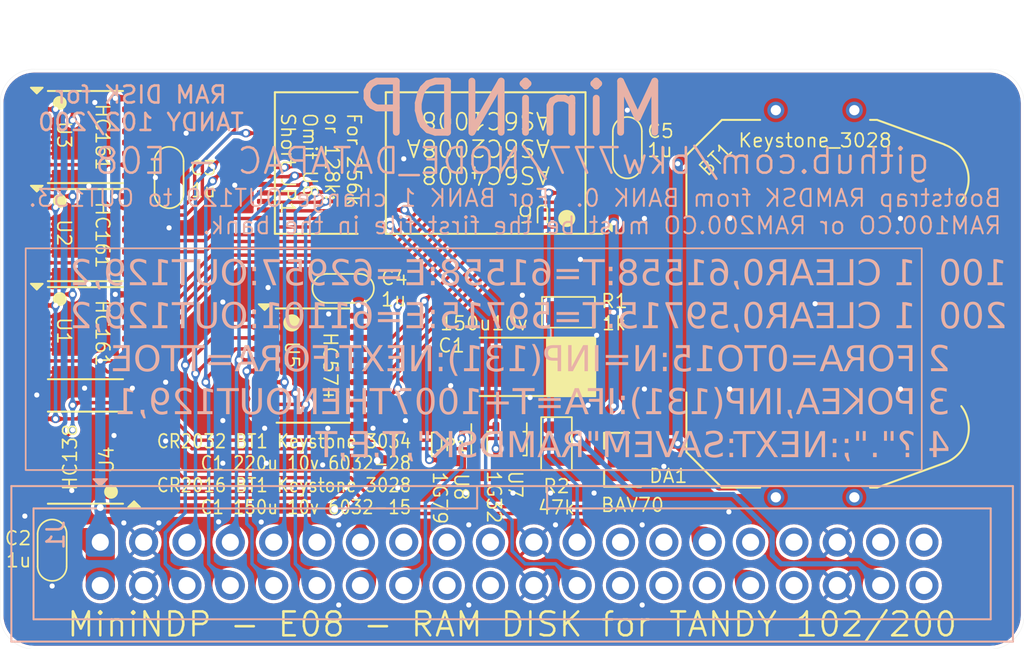
<source format=kicad_pcb>
(kicad_pcb (version 20240108) (generator "pcbnew") (generator_version "8.0")
  (title_block (title "MiniNDP") (date "2024-12-15") (rev "E08") (company "Brian K. White - b.kenyon.w@gmail.com") (comment 1 "github.com/bkw777/NODE_DATAPAC"))
  (layers (0 "F.Cu" signal) (31 "B.Cu" signal) (34 "B.Paste" user) (35 "F.Paste" user) (36 "B.SilkS" user "B.Silkscreen") (37 "F.SilkS" user "F.Silkscreen") (38 "B.Mask" user) (39 "F.Mask" user) (44 "Edge.Cuts" user))
  (net 0 "")
  (net 1 "GND")
  (net 2 "VMEM")
  (net 3 "VBUS")
  (net 4 "/AD0")
  (net 5 "/AD1")
  (net 6 "/AD2")
  (net 7 "/AD3")
  (net 8 "/AD4")
  (net 9 "/AD5")
  (net 10 "/AD6")
  (net 11 "/AD7")
  (net 12 "/A8")
  (net 13 "/A9")
  (net 14 "/A10")
  (net 15 "/A11")
  (net 16 "/A12")
  (net 17 "/A13")
  (net 18 "/A14")
  (net 19 "/A15")
  (net 20 "/~{RD}")
  (net 21 "/RAMRST")
  (net 22 "/~{Y0}")
  (net 23 "/(A)")
  (net 29 "/~{BLOCK}")
  (net 30 "/~{BYTE}")
  (net 31 "/TC0")
  (net 34 "/BUS_A10")
  (net 38 "/A5")
  (net 39 "/A6")
  (net 40 "/TC1")
  (net 41 "/~{CE}")
  (net 42 "/A7")
  (net 43 "+BATT")
  (net 44 "/BUS_A8")
  (net 45 "/BUS_A9")
  (net 46 "/A16")
  (net 47 "/A17")
  (net 48 "/A0")
  (net 49 "/A1")
  (net 50 "/A2")
  (net 51 "/A3")
  (net 52 "/A4")
  (net 65 "/A18_CE2")
  (net 68 "/~{WR}")
  (net 69 "Net-(C1-Pad1)")
  (footprint "000_LOCAL:CP_6032" (layer "F.Cu") (at 153.05 103.475 180)
    (property "Reference" "C1")
    (property "Value" "150u10v")
  )
  (footprint "000_LOCAL:TSSOP-16" (layer "F.Cu") (at 126.95 108.8 180)
    (property "Reference" "U4")
    (property "Value" "HC138")
  )
  (footprint "000_LOCAL:TSSOP-20" (layer "F.Cu") (at 140.3 103.4)
    (property "Reference" "U5")
    (property "Value" "HC574")
  )
  (footprint "000_LOCAL:C_0805" (layer "F.Cu") (at 142.05 98.875 180)
    (property "Reference" "C4")
    (property "Value" "1u")
  )
  (footprint "000_LOCAL:Fiducial_0.75_1.5" (layer "F.Cu") (at 179.95 88.025 180)
    (property "Reference" "F3" (hide yes))
    (property "Value" "Fiducial_0.75_1.5" (hide yes))
  )
  (footprint "000_LOCAL:TSSOP-16" (layer "F.Cu") (at 126.949999 95.75)
    (property "Reference" "U2")
    (property "Value" "HC161")
  )
  (footprint "000_LOCAL:C_0805" (layer "F.Cu") (at 158.7 90.625 90)
    (property "Reference" "C5")
    (property "Value" "1u")
  )
  (footprint "000_LOCAL:R_0805" (layer "F.Cu") (at 155.250002 100.275 180)
    (property "Reference" "R1")
    (property "Value" "1k")
  )
  (footprint "000_LOCAL:SOT-23" (layer "F.Cu") (at 158.1 108.925 180)
    (property "Reference" "DA1")
    (property "Value" "BAV70")
  )
  (footprint "000_LOCAL:SOT-353_SC-70-5" (layer "F.Cu") (at 151.65 107.975 -90)
    (property "Reference" "U7")
    (property "Value" "1G32")
  )
  (footprint "000_LOCAL:SOT-353_SC-70-5" (layer "F.Cu") (at 148.4 108.025 -90)
    (property "Reference" "U8")
    (property "Value" "1G79")
  )
  (footprint "000_LOCAL:R_0805" (layer "F.Cu") (at 154.55 107.975 90)
    (property "Reference" "R2")
    (property "Value" "47k")
  )
  (footprint "000_LOCAL:C_0805" (layer "F.Cu") (at 131.85 92.375 90)
    (property "Reference" "C3")
    (property "Value" "1u")
  )
  (footprint "000_LOCAL:MiniNDP_Cover_THIN" (layer "F.Cu") (at 151.95 103)
    (property "Reference" "N1")
    (property "Value" "MiniNDP_Cover_THIN")
  )
  (footprint "000_LOCAL:TSSOP-16" (layer "F.Cu") (at 126.95 90)
    (property "Reference" "U3")
    (property "Value" "HC161")
  )
  (footprint "000_LOCAL:Fiducial_0.75_1.5" (layer "F.Cu") (at 123.95 118.025)
    (property "Reference" "F3" (hide yes))
    (property "Value" "Fiducial_0.75_1.5" (hide yes))
  )
  (footprint "000_LOCAL:SolderJumper-2_Open 0.65mm" (layer "F.Cu") (at 148.400002 108.975001 180)
    (property "Reference" "JP1")
    (property "Value" "256k" (hide yes))
  )
  (footprint "000_LOCAL:Fiducial_0.75_1.5" (layer "F.Cu") (at 179.95 118.025 90)
    (property "Reference" "F3" (hide yes))
    (property "Value" "Fiducial_0.75_1.5" (hide yes))
  )
  (footprint "000_LOCAL:Keystone_3028_3034" (layer "F.Cu") (at 169.7 99.775 90)
    (property "Reference" "BT1")
    (property "Value" "Keystone_3028")
  )
  (footprint "000_LOCAL:TSOP32-dual" (layer "F.Cu") (at 150.4 91.525 180)
    (property "Reference" "U6")
    (property "Value" "AS6C4008")
  )
  (footprint "000_LOCAL:TSSOP-16" (layer "F.Cu") (at 126.95 101.5)
    (property "Reference" "U1")
    (property "Value" "HC161")
  )
  (footprint "000_LOCAL:C_0805" (layer "F.Cu") (at 125 114.225 -90)
    (property "Reference" "C2")
    (property "Value" "1u")
  )
  (footprint "000_LOCAL:IDC-Header_2x20_P2.54mm_Vertical" (layer "B.Cu") (at 127.82 113.755 -90)
    (property "Reference" "J1")
    (property "Value" "Conn_02x20_Odd_Even")
  )
  (gr_poly (pts (xy 128.064 97.575) (xy 127.864 97.375) (xy 128.264 97.375)) (stroke (width 0.2)) (fill solid) (layer "F.Cu") (net 31))
  (gr_poly (pts (xy 128.064 91.825) (xy 127.864 91.625) (xy 128.264 91.625)) (stroke (width 0.2)) (fill solid) (layer "F.Cu") (net 40))
  (gr_poly (pts (xy 144.493 107.575) (xy 144.693 107.775) (xy 144.293 107.775)) (stroke (width 0.2)) (fill solid) (layer "F.Cu") (net 29))
  (gr_poly (pts (xy 142.95 107.575) (xy 142.95 110.275) (xy 144.1 109.125) (xy 144.1 108.725)) (stroke (width 0.6)) (fill solid) (layer "B.Cu") (net 3))
  (gr_rect (start 123.45 96.525) (end 175.95 109.525) (stroke (width 0.1)) (fill none) (layer "B.SilkS"))
  (gr_line (start 123.95 86.025) (end 179.95 86.025) (stroke (width 0.01)) (layer "Edge.Cuts"))
  (gr_arc (start 121.95 88.025) (mid 122.535786 86.610786) (end 123.95 86.025) (stroke (width 0.01)) (layer "Edge.Cuts"))
  (gr_line (start 179.95 120.025) (end 123.95 120.025) (stroke (width 0.01)) (layer "Edge.Cuts"))
  (gr_arc (start 179.95 86.024999) (mid 181.364214 86.610786) (end 181.950001 88.025) (stroke (width 0.01)) (layer "Edge.Cuts"))
  (gr_line (start 181.95 88.025) (end 181.95 118.025) (stroke (width 0.01)) (layer "Edge.Cuts"))
  (gr_arc (start 181.950001 118.025) (mid 181.364214 119.439214) (end 179.95 120.025001) (stroke (width 0.01)) (layer "Edge.Cuts"))
  (gr_line (start 121.95 118.025) (end 121.95 88.025) (stroke (width 0.01)) (layer "Edge.Cuts"))
  (gr_arc (start 123.95 120.025001) (mid 122.535786 119.439214) (end 121.949999 118.025) (stroke (width 0.01)) (layer "Edge.Cuts"))
  (gr_text "${TITLE}" (at 151.95 88.355 0) (layer "B.SilkS") (effects (font (size 3 3) (thickness 0.4)) (justify mirror)))
  (gr_text "${COMMENT1} - ${REVISION}" (at 151.95 91.403 0) (layer "B.SilkS") (effects (font (size 1.5 1.5)) (justify mirror)))
  (gr_text "Bootstrap RAMDSK from BANK 0.  For BANK 1 change OUT129 to OUT133.\nRAM100.CO or RAM200.CO must be the first file in the bank." (at 180.7 95.775 0) (layer "B.SilkS") (effects (font (size 1 1) (thickness 0.12)) (justify left bottom mirror)))
  (gr_text "100  1 CLEAR0,61558:T=61558:E=62957:OUT129,2\n200  1 CLEAR0,59715:T=59715:E=61101:OUT129,2\n     2 FORA=0TO15:N=INP(131):NEXT:FORA=TTOE\n     3 POKEA,INP(131):IFA=T+1007THENOUT129,1\n     4 ?{dblquote}.{dblquote};:NEXT:SAVEM{dblquote}RAMDSK{dblquote},T,E,T" (at 180.95 109.025 0) (layer "B.SilkS") (effects (font (size 1.5 1.5) (thickness 0.1)) (justify left bottom mirror)))
  (gr_text "RAM DISK for\nTANDY 102/200" (at 130.2 88.325 0) (layer "B.SilkS") (effects (font (size 1 1)) (justify mirror)))
  (gr_text "For 256k\nor 128k:\nOmit U8\nShort JP1" (at 143.15 88.525 270) (layer "F.SilkS") (effects (font (size 0.8 0.8) (thickness 0.1)) (justify left top)))
  (gr_text "CR2032 BT1 Keystone 3034\nC1 220u 10v 6032-28\nCR2016 BT1 Keystone 3028\nC1 150u 10v 6032-15\n" (at 146.1 109.775 0) (layer "F.SilkS") (effects (font (size 0.8 0.7) (thickness 0.1)) (justify right)))
  (gr_text "${TITLE} - ${REVISION} - RAM DISK for TANDY 102/200" (at 151.95 118.575 0) (layer "F.SilkS") (effects (font (size 1.4 1.4))))
  (gr_text "AS6C2008A\nAS6C1008" (at 154.25 91.225 180) (layer "F.SilkS") (effects (font (size 1 1) (thickness 0.1)) (justify left top)))
  (segment (start 123.15 89.675) (end 125.05 89.675) (width 0.2) (layer "F.Cu") (net 1))
  (segment (start 123.15 90.325) (end 125.05 90.325) (width 0.2) (layer "F.Cu") (net 1))
  (segment (start 123.15 95.425) (end 125.05 95.425) (width 0.2) (layer "F.Cu") (net 1))
  (segment (start 123.15 101.825) (end 125.05 101.825) (width 0.2) (layer "F.Cu") (net 1))
  (segment (start 123.15 96.075) (end 125.05 96.075) (width 0.2) (layer "F.Cu") (net 1))
  (segment (start 123.15 101.175) (end 125.05 101.175) (width 0.2) (layer "F.Cu") (net 1))
  (via (at 134.7542 112.5612) (size 0.5) (drill 0.3) (layers "F.Cu" "B.Cu") (net 1))
  (via (at 131.65 107.825) (size 0.5) (drill 0.3) (layers "F.Cu" "B.Cu") (net 1))
  (via (at 141.79 117.438) (size 0.5) (drill 0.3) (layers "F.Cu" "B.Cu") (net 1))
  (via (at 159.57 112.739) (size 0.5) (drill 0.3) (layers "F.Cu" "B.Cu") (net 1))
  (via (at 160.84 109.31) (size 0.5) (drill 0.3) (layers "F.Cu" "B.Cu") (net 1))
  (via (at 155.95 97.175) (size 0.5) (drill 0.3) (layers "F.Cu" "B.Cu") (net 1))
  (via (at 164.7 94.775) (size 0.5) (drill 0.3) (layers "F.Cu" "B.Cu") (net 1))
  (via (at 137.65 98.825) (size 0.5) (drill 0.3) (layers "F.Cu" "B.Cu") (net 1))
  (via (at 131.85 95.325) (size 0.5) (drill 0.3) (layers "F.Cu" "B.Cu") (net 1))
  (via (at 141.79 112.739) (size 0.5) (drill 0.3) (layers "F.Cu" "B.Cu") (net 1))
  (via (at 129.7 104.725) (size 0.5) (drill 0.3) (layers "F.Cu" "B.Cu") (net 1))
  (via (at 174.7 94.775) (size 0.5) (drill 0.3) (layers "F.Cu" "B.Cu") (net 1))
  (via (at 154.49 112.739) (size 0.5) (drill 0.3) (layers "F.Cu" "B.Cu") (net 1))
  (via (at 124.1 105.125) (size 0.5) (drill 0.3) (layers "F.Cu" "B.Cu") (net 1))
  (via (at 127.5 87.975) (size 0.5) (drill 0.3) (layers "F.Cu" "B.Cu") (net 1))
  (via (at 149.25 110.875) (size 0.5) (drill 0.3) (layers "F.Cu" "B.Cu") (net 1))
  (via (at 159.7 94.775) (size 0.5) (drill 0.3) (layers "F.Cu" "B.Cu") (net 1))
  (via (at 145.25 110.575) (size 0.5) (drill 0.3) (layers "F.Cu" "B.Cu") (net 1))
  (via (at 156.75 110.875) (size 0.5) (drill 0.3) (layers "F.Cu" "B.Cu") (net 1))
  (via (at 159.57 117.438) (size 0.5) (drill 0.3) (layers "F.Cu" "B.Cu") (net 1))
  (via (at 131.65 104.375) (size 0.5) (drill 0.3) (layers "F.Cu" "B.Cu") (net 1))
  (via (at 141.2 100.375) (size 0.5) (drill 0.3) (layers "F.Cu" "B.Cu") (net 1))
  (via (at 131.25 112.625) (size 0.5) (drill 0.3) (layers "F.Cu" "B.Cu") (net 1))
  (via (at 126.9 104.725) (size 0.5) (drill 0.3) (layers "F.Cu" "B.Cu") (net 1))
  (via (at 123.4 112.225) (size 0.5) (drill 0.3) (layers "F.Cu" "B.Cu") (net 1))
  (via (at 145.6 91.275) (size 0.5) (drill 0.3) (layers "F.Cu" "B.Cu") (net 1))
  (via (at 132.85 89.775) (size 0.5) (drill 0.3) (layers "F.Cu" "B.Cu") (net 1))
  (via (at 164.7 104.775) (size 0.5) (drill 0.3) (layers "F.Cu" "B.Cu") (net 1))
  (via (at 129.2 112.625) (size 0.5) (drill 0.3) (layers "F.Cu" "B.Cu") (net 1))
  (via (at 153 105.275) (size 0.5) (drill 0.3) (layers "F.Cu" "B.Cu") (net 1))
  (via (at 135 109.125) (size 0.5) (drill 0.3) (layers "F.Cu" "B.Cu") (net 1))
  (via (at 125 116.325) (size 0.5) (drill 0.3) (layers "F.Cu" "B.Cu") (net 1))
  (via (at 137.45 107.075) (size 0.5) (drill 0.3) (layers "F.Cu" "B.Cu") (net 1))
  (via (at 127.15 92.875) (size 0.5) (drill 0.3) (layers "F.Cu" "B.Cu") (net 1))
  (via (at 135 99.675) (size 0.5) (drill 0.3) (layers "F.Cu" "B.Cu") (net 1))
  (via (at 159.7 104.775) (size 0.5) (drill 0.3) (layers "F.Cu" "B.Cu") (net 1))
  (via (at 137.25 112.575) (size 0.5) (drill 0.3) (layers "F.Cu" "B.Cu") (net 1))
  (via (at 143.8 107.075) (size 0.5) (drill 0.3) (layers "F.Cu" "B.Cu") (net 1))
  (via (at 128.625 107.5) (size 0.5) (drill 0.3) (layers "F.Cu" "B.Cu") (net 1))
  (via (at 127.15 98.625) (size 0.5) (drill 0.3) (layers "F.Cu" "B.Cu") (net 1))
  (via (at 152 110.875) (size 0.5) (drill 0.3) (layers "F.Cu" "B.Cu") (net 1))
  (via (at 135 106.625) (size 0.5) (drill 0.3) (layers "F.Cu" "B.Cu") (net 1))
  (via (at 158.7 88.425) (size 0.5) (drill 0.3) (layers "F.Cu" "B.Cu") (net 1))
  (via (at 141.15 107.075) (size 0.5) (drill 0.3) (layers "F.Cu" "B.Cu") (net 1))
  (via (at 126.15 110.725) (size 0.5) (drill 0.3) (layers "F.Cu" "B.Cu") (net 1))
  (via (at 137.55 109.125) (size 0.5) (drill 0.3) (layers "F.Cu" "B.Cu") (net 1))
  (via (at 148.35 104.575) (size 0.5) (drill 0.3) (layers "F.Cu" "B.Cu") (net 1))
  (via (at 156.4 105.725) (size 0.5) (drill 0.3) (layers "F.Cu" "B.Cu") (net 1))
  (via (at 149.41 112.739) (size 0.5) (drill 0.3) (layers "F.Cu" "B.Cu") (net 1))
  (via (at 174.7 104.775) (size 0.5) (drill 0.3) (layers "F.Cu" "B.Cu") (net 1))
  (via (at 131.05 92.375) (size 0.5) (drill 0.3) (layers "F.Cu" "B.Cu") (net 1))
  (via (at 140.85 109.225) (size 0.5) (drill 0.3) (layers "F.Cu" "B.Cu") (net 1))
  (via (at 156.9 101.625) (size 0.5) (drill 0.3) (layers "F.Cu" "B.Cu") (net 1))
  (via (at 169.7 99.775) (size 0.5) (drill 0.3) (layers "F.Cu" "B.Cu") (net 1))
  (via (at 135.7 92.825) (size 0.5) (drill 0.3) (layers "F.Cu" "B.Cu") (net 1))
  (via (at 145.7 106.625) (size 0.5) (drill 0.3) (layers "F.Cu" "B.Cu") (net 1))
  (via (at 154.2 110.875) (size 0.5) (drill 0.3) (layers "F.Cu" "B.Cu") (net 1))
  (via (at 149.41 117.438) (size 0.5) (drill 0.3) (layers "F.Cu" "B.Cu") (net 1))
  (via (at 152.55 99.275) (size 0.5) (drill 0.3) (layers "F.Cu" "B.Cu") (net 1))
  (via (at 164.65 111.977) (size 0.5) (drill 0.3) (layers "F.Cu" "B.Cu") (net 1))
  (segment (start 152.3 108.925) (end 154.55 108.925) (width 0.4) (layer "F.Cu") (net 2))
  (segment (start 158.25 91.525) (end 158.7 91.525) (width 0.6) (layer "F.Cu") (net 2))
  (segment (start 158.45 91.775) (end 156.9 91.775) (width 0.3) (layer "F.Cu") (net 2))
  (segment (start 157.9 95.025) (end 157.9 91.875) (width 0.6) (layer "F.Cu") (net 2))
  (segment (start 157.05 108.825) (end 156.95 108.925) (width 0.6) (layer "F.Cu") (net 2))
  (segment (start 157.9 100.275) (end 156.200002 100.275) (width 0.6) (layer "F.Cu") (net 2))
  (segment (start 157.9 91.875) (end 158.25 91.525) (width 0.6) (layer "F.Cu") (net 2))
  (segment (start 156.95 108.925) (end 154.55 108.925) (width 0.6) (layer "F.Cu") (net 2))
  (segment (start 157.05 106.625) (end 157.05 108.825) (width 0.6) (layer "F.Cu") (net 2))
  (segment (start 158.7 91.525) (end 158.45 91.775) (width 0.3) (layer "F.Cu") (net 2))
  (segment (start 157.9 105.775) (end 157.05 106.625) (width 0.6) (layer "F.Cu") (net 2))
  (via (at 157.9 95.025) (size 0.6) (drill 0.3) (layers "F.Cu" "B.Cu") (net 2))
  (via (at 157.9 100.275) (size 0.6) (drill 0.3) (layers "F.Cu" "B.Cu") (net 2))
  (via (at 157.9 105.775) (size 0.6) (drill 0.3) (layers "F.Cu" "B.Cu") (net 2))
  (segment (start 157.9 105.775) (end 157.9 100.275) (width 0.6) (layer "B.Cu") (net 2))
  (segment (start 157.9 95.025) (end 157.9 100.275) (width 0.6) (layer "B.Cu") (net 2))
  (segment (start 128.7 99.225) (end 129.8 99.225) (width 0.35) (layer "F.Cu") (net 3))
  (segment (start 125 113.325) (end 127.39 113.325) (width 0.8) (layer "F.Cu") (net 3))
  (segment (start 128.25 103.775) (end 129.8 103.775) (width 0.2) (layer "F.Cu") (net 3))
  (segment (start 146.55 109.875) (end 159.25 109.875) (width 0.6) (layer "F.Cu") (net 3))
  (segment (start 127.87 111.775) (end 127.82 111.725) (width 0.6) (layer "F.Cu") (net 3))
  (segment (start 124.7 111.225) (end 124.7 113.025) (width 0.6) (layer "F.Cu") (net 3))
  (segment (start 127.39 113.325) (end 127.82 113.755) (width 0.8) (layer "F.Cu") (net 3))
  (segment (start 141.5 111.775) (end 127.87 111.775) (width 0.6) (layer "F.Cu") (net 3))
  (segment (start 142.95 99.875) (end 142.95 100.275) (width 0.4) (layer "F.Cu") (net 3))
  (segment (start 142.95 99.875) (end 142.95 98.875) (width 0.4) (layer "F.Cu") (net 3))
  (segment (start 127.82 103.125) (end 129.8 103.125) (width 0.2) (layer "F.Cu") (net 3))
  (segment (start 129.8 93.474999) (end 129.8 92.275) (width 0.2) (layer "F.Cu") (net 3))
  (segment (start 128.7 93.475) (end 129.799999 93.475) (width 0.35) (layer "F.Cu") (net 3))
  (segment (start 124.7 111.225) (end 124.7 111.075) (width 0.35) (layer "F.Cu") (net 3))
  (segment (start 129.799999 93.475) (end 129.8 93.474999) (width 0.2) (layer "F.Cu") (net 3))
  (segment (start 149.05 109.875) (end 149.05 108.975) (width 0.4) (layer "F.Cu") (net 3))
  (segment (start 141.55 111.825) (end 141.5 111.775) (width 0.6) (layer "F.Cu") (net 3))
  (segment (start 127.82 103.125) (end 127.82 103.345) (width 0.2) (layer "F.Cu") (net 3))
  (segment (start 144.05 108.975) (end 145.65 108.975) (width 0.6) (layer "F.Cu") (net 3))
  (segment (start 129.8 87.725) (end 128.7 87.725) (width 0.35) (layer "F.Cu") (net 3))
  (segment (start 131.85 93.275) (end 131.65 93.475) (width 0.35) (layer "F.Cu") (net 3))
  (segment (start 127.82 103.345) (end 128.25 103.775) (width 0.2) (layer "F.Cu") (net 3))
  (segment (start 129.799999 99.224999) (end 129.8 99.225) (width 0.2) (layer "F.Cu") (net 3))
  (segment (start 124.7 113.025) (end 125 113.325) (width 0.6) (layer "F.Cu") (net 3))
  (segment (start 129.799999 98.025) (end 129.799999 99.224999) (width 0.2) (layer "F.Cu") (net 3))
  (segment (start 127.82 113.755) (end 127.82 116.295) (width 1.7) (layer "F.Cu") (net 3))
  (segment (start 131.65 93.475) (end 129.799999 93.475) (width 0.35) (layer "F.Cu") (net 3))
  (segment (start 145.65 108.975) (end 146.55 109.875) (width 0.6) (layer "F.Cu") (net 3))
  (segment (start 142.95 100.275) (end 143.15 100.475) (width 0.35) (layer "F.Cu") (net 3))
  (segment (start 124.7 111.075) (end 124.1 111.075) (width 0.35) (layer "F.Cu") (net 3))
  (segment (start 124.1 103.125) (end 127.82 103.125) (width 0.2) (layer "F.Cu") (net 3))
  (via (at 127.82 103.125) (size 0.6) (drill 0.3) (layers "F.Cu" "B.Cu") (net 3))
  (via (at 128.7 87.725) (size 0.6) (drill 0.3) (layers "F.Cu" "B.Cu") (net 3))
  (via (at 128.7 93.475) (size 0.6) (drill 0.3) (layers "F.Cu" "B.Cu") (net 3))
  (via (at 127.82 111.725) (size 0.7) (drill 0.4) (layers "F.Cu" "B.Cu") (net 3))
  (via (at 141.55 111.825) (size 0.7) (drill 0.4) (layers "F.Cu" "B.Cu") (net 3))
  (via (at 142.95 99.875) (size 0.6) (drill 0.3) (layers "F.Cu" "B.Cu") (net 3))
  (via (at 144.05 108.975) (size 0.7) (drill 0.4) (layers "F.Cu" "B.Cu") (net 3))
  (via (at 128.7 99.225) (size 0.6) (drill 0.3) (layers "F.Cu" "B.Cu") (net 3))
  (segment (start 144.1 109.275) (end 144.1 108.725) (width 0.6) (layer "B.Cu") (net 3))
  (segment (start 144.1 108.725) (end 142.95 107.575) (width 0.6) (layer "B.Cu") (net 3))
  (segment (start 128.7 102.245) (end 127.82 103.125) (width 0.6) (layer "B.Cu") (net 3))
  (segment (start 128.7 87.725) (end 128.7 99.225) (width 0.6) (layer "B.Cu") (net 3))
  (segment (start 127.82 111.725) (end 127.82 113.755) (width 0.6) (layer "B.Cu") (net 3))
  (segment (start 128.7 99.225) (end 128.7 102.245) (width 0.6) (layer "B.Cu") (net 3))
  (segment (start 141.55 111.825) (end 144.1 109.275) (width 0.6) (layer "B.Cu") (net 3))
  (segment (start 142.95 107.575) (end 142.95 99.875) (width 0.6) (layer "B.Cu") (net 3))
  (segment (start 127.82 111.725) (end 127.82 103.15) (width 0.6) (layer "B.Cu") (net 3))
  (segment (start 135.05 101.125) (end 137.45 101.125) (width 0.2) (layer "F.Cu") (net 4))
  (segment (start 143.9 89.775) (end 137.4 89.775) (width 0.2) (layer "F.Cu") (net 4))
  (segment (start 137.4 89.775) (end 136.35 89.775) (width 0.2) (layer "F.Cu") (net 4))
  (segment (start 132.8 103.375) (end 135.05 101.125) (width 0.2) (layer "F.Cu") (net 4))
  (via (at 136.35 89.775) (size 0.5) (drill 0.3) (layers "F.Cu" "B.Cu") (net 4))
  (via (at 132.8 103.375) (size 0.5) (drill 0.3) (layers "F.Cu" "B.Cu") (net 4))
  (segment (start 132.8 103.375) (end 132.8 112.025) (width 0.2) (layer "B.Cu") (net 4))
  (segment (start 131.63 113.195) (end 131.63 115.025) (width 0.2) (layer "B.Cu") (net 4))
  (segment (start 136.35 89.775) (end 135.5 89.775) (width 0.2) (layer "B.Cu") (net 4))
  (segment (start 132.8 112.025) (end 131.63 113.195) (width 0.2) (layer "B.Cu") (net 4))
  (segment (start 135.5 89.775) (end 132.8 92.475) (width 0.2) (layer "B.Cu") (net 4))
  (segment (start 132.8 92.475) (end 132.8 103.375) (width 0.2) (layer "B.Cu") (net 4))
  (segment (start 131.63 115.025) (end 132.9 116.295) (width 0.2) (layer "B.Cu") (net 4))
  (segment (start 135.5 101.775) (end 137.45 101.775) (width 0.2) (layer "F.Cu") (net 5))
  (segment (start 134.4 91.725) (end 135.8 90.325) (width 0.2) (layer "F.Cu") (net 5))
  (segment (start 137.425 90.275) (end 143.9 90.275) (width 0.2) (layer "F.Cu") (net 5))
  (segment (start 135.8 90.325) (end 137.375 90.325) (width 0.2) (layer "F.Cu") (net 5))
  (segment (start 133.4 103.875) (end 135.5 101.775) (width 0.2) (layer "F.Cu") (net 5))
  (segment (start 137.375 90.325) (end 137.425 90.275) (width 0.2) (layer "F.Cu") (net 5))
  (via (at 133.4 103.875) (size 0.5) (drill 0.3) (layers "F.Cu" "B.Cu") (net 5))
  (via (at 134.4 91.725) (size 0.5) (drill 0.3) (layers "F.Cu" "B.Cu") (net 5))
  (segment (start 134.4 91.725) (end 133.4 92.725) (width 0.2) (layer "B.Cu") (net 5))
  (segment (start 133.4 92.725) (end 133.4 103.875) (width 0.2) (layer "B.Cu") (net 5))
  (segment (start 133.4 113.255) (end 132.9 113.755) (width 0.2) (layer "B.Cu") (net 5))
  (segment (start 133.4 103.875) (end 133.4 113.255) (width 0.2) (layer "B.Cu") (net 5))
  (segment (start 136.15 90.825) (end 137.35 90.825) (width 0.2) (layer "F.Cu") (net 6))
  (segment (start 135.75 102.425) (end 137.45 102.425) (width 0.2) (layer "F.Cu") (net 6))
  (segment (start 134.4 92.575) (end 136.15 90.825) (width 0.2) (layer "F.Cu") (net 6))
  (segment (start 143.85 90.725) (end 143.9 90.775) (width 0.2) (layer "F.Cu") (net 6))
  (segment (start 137.45 90.725) (end 143.85 90.725) (width 0.2) (layer "F.Cu") (net 6))
  (segment (start 134 104.175) (end 135.75 102.425) (width 0.2) (layer "F.Cu") (net 6))
  (segment (start 137.35 90.825) (end 137.45 90.725) (width 0.2) (layer "F.Cu") (net 6))
  (segment (start 134 104.375) (end 134 104.175) (width 0.2) (layer "F.Cu") (net 6))
  (via (at 134 104.375) (size 0.5) (drill 0.3) (layers "F.Cu" "B.Cu") (net 6))
  (via (at 134.4 92.575) (size 0.5) (drill 0.3) (layers "F.Cu" "B.Cu") (net 6))
  (segment (start 134 104.375) (end 134.17 104.545) (width 0.2) (layer "B.Cu") (net 6))
  (segment (start 134.17 115.025) (end 135.44 116.295) (width 0.2) (layer "B.Cu") (net 6))
  (segment (start 134.17 104.545) (end 134.17 115.025) (width 0.2) (layer "B.Cu") (net 6))
  (segment (start 134.4 92.575) (end 134 92.975) (width 0.2) (layer "B.Cu") (net 6))
  (segment (start 134 92.975) (end 134 104.375) (width 0.2) (layer "B.Cu") (net 6))
  (segment (start 135.95 103.075) (end 137.45 103.075) (width 0.2) (layer "F.Cu") (net 7))
  (segment (start 138.6625 91.725) (end 143.85 91.725) (width 0.2) (layer "F.Cu") (net 7))
  (segment (start 137.4 91.775) (end 138.6125 91.775) (width 0.2) (layer "F.Cu") (net 7))
  (segment (start 143.85 91.725) (end 143.9 91.775) (width 0.2) (layer "F.Cu") (net 7))
  (segment (start 138.6125 91.775) (end 138.6625 91.725) (width 0.2) (layer "F.Cu") (net 7))
  (via (at 138.6125 91.775) (size 0.5) (drill 0.3) (layers "F.Cu" "B.Cu") (net 7))
  (via (at 135.95 103.075) (size 0.5) (drill 0.3) (layers "F.Cu" "B.Cu") (net 7))
  (segment (start 135.95 103.075) (end 135.8 103.225) (width 0.2) (layer "B.Cu") (net 7))
  (segment (start 135.8 103.225) (end 135.8 113.395) (width 0.2) (layer "B.Cu") (net 7))
  (segment (start 135.8 113.395) (end 135.44 113.755) (width 0.2) (layer "B.Cu") (net 7))
  (segment (start 135.95 103.075) (end 135.95 94.4375) (width 0.2) (layer "B.Cu") (net 7))
  (segment (start 135.95 94.4375) (end 138.6125 91.775) (width 0.2) (layer "B.Cu") (net 7))
  (segment (start 139.1625 92.325) (end 139.2625 92.225) (width 0.2) (layer "F.Cu") (net 8))
  (segment (start 137.4 92.275) (end 137.45 92.325) (width 0.2) (layer "F.Cu") (net 8))
  (segment (start 143.85 92.225) (end 143.9 92.275) (width 0.2) (layer "F.Cu") (net 8))
  (segment (start 139.2625 92.225) (end 143.85 92.225) (width 0.2) (layer "F.Cu") (net 8))
  (segment (start 137.45 92.325) (end 139.1625 92.325) (width 0.2) (layer "F.Cu") (net 8))
  (segment (start 136.4 103.725) (end 137.45 103.725) (width 0.2) (layer "F.Cu") (net 8))
  (via (at 136.4 103.725) (size 0.5) (drill 0.3) (layers "F.Cu" "B.Cu") (net 8))
  (via (at 139.2125 92.275) (size 0.5) (drill 0.3) (layers "F.Cu" "B.Cu") (net 8))
  (segment (start 136.55 94.9375) (end 139.2125 92.275) (width 0.2) (layer "B.Cu") (net 8))
  (segment (start 136.55 103.575) (end 136.55 94.9375) (width 0.2) (layer "B.Cu") (net 8))
  (segment (start 136.4 103.725) (end 136.4 112.675) (width 0.2) (layer "B.Cu") (net 8))
  (segment (start 136.71 115.025) (end 137.98 116.295) (width 0.2) (layer "B.Cu") (net 8))
  (segment (start 136.4 112.675) (end 136.71 112.985) (width 0.2) (layer "B.Cu") (net 8))
  (segment (start 136.71 112.985) (end 136.71 115.025) (width 0.2) (layer "B.Cu") (net 8))
  (segment (start 136.4 103.725) (end 136.55 103.575) (width 0.2) (layer "B.Cu") (net 8))
  (segment (start 143.85 92.725) (end 143.9 92.775) (width 0.2) (layer "F.Cu") (net 9))
  (segment (start 139.7625 92.825) (end 139.8625 92.725) (width 0.2) (layer "F.Cu") (net 9))
  (segment (start 137.4 92.775) (end 137.45 92.825) (width 0.2) (layer "F.Cu") (net 9))
  (segment (start 138.615 104.375) (end 137.45 104.375) (width 0.2) (layer "F.Cu") (net 9))
  (segment (start 139.8625 92.725) (end 143.85 92.725) (width 0.2) (layer "F.Cu") (net 9))
  (segment (start 137.45 92.825) (end 139.7625 92.825) (width 0.2) (layer "F.Cu") (net 9))
  (via (at 138.615 104.375) (size 0.5) (drill 0.3) (layers "F.Cu" "B.Cu") (net 9))
  (via (at 139.8125 92.775) (size 0.5) (drill 0.3) (layers "F.Cu" "B.Cu") (net 9))
  (segment (start 138.615 113.12) (end 137.98 113.755) (width 0.2) (layer "B.Cu") (net 9))
  (segment (start 138.615 93.9725) (end 138.615 104.375) (width 0.2) (layer "B.Cu") (net 9))
  (segment (start 139.8125 92.775) (end 138.615 93.9725) (width 0.2) (layer "B.Cu") (net 9))
  (segment (start 138.615 104.375) (end 138.615 113.12) (width 0.2) (layer "B.Cu") (net 9))
  (segment (start 139.25 105.025) (end 137.45 105.025) (width 0.2) (layer "F.Cu") (net 10))
  (segment (start 137.45 93.325) (end 137.4 93.275) (width 0.2) (layer "F.Cu") (net 10))
  (segment (start 140.3625 93.325) (end 137.45 93.325) (width 0.2) (layer "F.Cu") (net 10))
  (segment (start 143.9 93.275) (end 143.85 93.225) (width 0.2) (layer "F.Cu") (net 10))
  (segment (start 140.4125 93.275) (end 140.3625 93.325) (width 0.2) (layer "F.Cu") (net 10))
  (segment (start 143.85 93.225) (end 140.4625 93.225) (width 0.2) (layer "F.Cu") (net 10))
  (segment (start 140.4625 93.225) (end 140.4125 93.275) (width 0.2) (layer "F.Cu") (net 10))
  (via (at 140.4125 93.275) (size 0.5) (drill 0.3) (layers "F.Cu" "B.Cu") (net 10))
  (via (at 139.25 105.025) (size 0.5) (drill 0.3) (layers "F.Cu" "B.Cu") (net 10))
  (segment (start 139.25 94.4375) (end 140.4125 93.275) (width 0.2) (layer "B.Cu") (net 10))
  (segment (start 139.25 105.025) (end 139.25 94.4375) (width 0.2) (layer "B.Cu") (net 10))
  (segment (start 139.25 115.025) (end 140.52 116.295) (width 0.2) (layer "B.Cu") (net 10))
  (segment (start 139.25 105.025) (end 139.25 115.025) (width 0.2) (layer "B.Cu") (net 10))
  (segment (start 137.45 93.825) (end 137.4 93.775) (width 0.2) (layer "F.Cu") (net 11))
  (segment (start 140.9625 93.825) (end 137.45 93.825) (width 0.2) (layer "F.Cu") (net 11))
  (segment (start 139.85 105.675) (end 137.45 105.675) (width 0.2) (layer "F.Cu") (net 11))
  (segment (start 141.0125 93.775) (end 140.9625 93.825) (width 0.2) (layer "F.Cu") (net 11))
  (segment (start 143.9 93.775) (end 141.0125 93.775) (width 0.2) (layer "F.Cu") (net 11))
  (via (at 139.85 105.675) (size 0.5) (drill 0.3) (layers "F.Cu" "B.Cu") (net 11))
  (via (at 141.0125 93.775) (size 0.5) (drill 0.3) (layers "F.Cu" "B.Cu") (net 11))
  (segment (start 139.85 105.675) (end 139.85 94.9375) (width 0.2) (layer "B.Cu") (net 11))
  (segment (start 139.85 105.675) (end 139.85 113.085) (width 0.2) (layer "B.Cu") (net 11))
  (segment (start 139.85 113.085) (end 140.52 113.755) (width 0.2) (layer "B.Cu") (net 11))
  (segment (start 139.85 94.9375) (end 141.0125 93.775) (width 0.2) (layer "B.Cu") (net 11))
  (segment (start 137.4 87.775) (end 132.25 87.775) (width 0.2) (layer "F.Cu") (net 12))
  (segment (start 143.9 87.775) (end 137.4 87.775) (width 0.2) (layer "F.Cu") (net 12))
  (segment (start 131 89.025) (end 129.8 89.025) (width 0.2) (layer "F.Cu") (net 12))
  (segment (start 132.25 87.775) (end 131 89.025) (width 0.2) (layer "F.Cu") (net 12))
  (segment (start 131.1 89.675) (end 129.8 89.675) (width 0.2) (layer "F.Cu") (net 13))
  (segment (start 132.5 88.275) (end 131.1 89.675) (width 0.2) (layer "F.Cu") (net 13))
  (segment (start 137.4 88.275) (end 132.5 88.275) (width 0.2) (layer "F.Cu") (net 13))
  (segment (start 143.9 88.275) (end 137.4 88.275) (width 0.2) (layer "F.Cu") (net 13))
  (segment (start 144.25 100.825) (end 144.25 99.525) (width 0.2) (layer "F.Cu") (net 14))
  (segment (start 143.95 101.125) (end 144.25 100.825) (width 0.2) (layer "F.Cu") (net 14))
  (segment (start 153.5 90.275) (end 156.9 90.275) (width 0.2) (layer "F.Cu") (net 14))
  (segment (start 143.15 101.125) (end 143.95 101.125) (width 0.2) (layer "F.Cu") (net 14))
  (segment (start 144.25 99.525) (end 153.5 90.275) (width 0.2) (layer "F.Cu") (net 14))
  (segment (start 153.6 90.775) (end 156.9 90.775) (width 0.2) (layer "F.Cu") (net 15))
  (segment (start 143.95 101.775) (end 144.65 101.075) (width 0.2) (layer "F.Cu") (net 15))
  (segment (start 143.15 101.775) (end 143.95 101.775) (width 0.2) (layer "F.Cu") (net 15))
  (segment (start 144.65 101.075) (end 144.65 99.725) (width 0.2) (layer "F.Cu") (net 15))
  (segment (start 144.65 99.725) (end 153.6 90.775) (width 0.2) (layer "F.Cu") (net 15))
  (segment (start 153.3 92.275) (end 156.9 92.275) (width 0.2) (layer "F.Cu") (net 16))
  (segment (start 146 100.675) (end 146 99.575) (width 0.2) (layer "F.Cu") (net 16))
  (segment (start 143.15 102.425) (end 144.25 102.425) (width 0.2) (layer "F.Cu") (net 16))
  (segment (start 146 99.575) (end 153.3 92.275) (width 0.2) (layer "F.Cu") (net 16))
  (segment (start 144.25 102.425) (end 146 100.675) (width 0.2) (layer "F.Cu") (net 16))
  (segment (start 153.45 93.825) (end 156.85 93.825) (width 0.2) (layer "F.Cu") (net 17))
  (segment (start 144.2 103.075) (end 153.45 93.825) (width 0.2) (layer "F.Cu") (net 17))
  (segment (start 143.15 103.075) (end 144.2 103.075) (width 0.2) (layer "F.Cu") (net 17))
  (segment (start 156.85 93.825) (end 156.9 93.775) (width 0.2) (layer "F.Cu") (net 17))
  (segment (start 153.6 94.275) (end 156.9 94.275) (width 0.2) (layer "F.Cu") (net 18))
  (segment (start 144.15 103.725) (end 153.6 94.275) (width 0.2) (layer "F.Cu") (net 18))
  (segment (start 143.15 103.725) (end 144.15 103.725) (width 0.2) (layer "F.Cu") (net 18))
  (segment (start 143.15 104.375) (end 144.096078 104.375) (width 0.2) (layer "F.Cu") (net 19))
  (segment (start 144.096078 104.375) (end 153.696078 94.775) (width 0.2) (layer "F.Cu") (net 19))
  (segment (start 153.696078 94.775) (end 156.9 94.775) (width 0.2) (layer "F.Cu") (net 19))
  (segment (start 144.75 95.225) (end 144.8 95.175) (width 0.2) (layer "F.Cu") (net 20))
  (segment (start 143.9 95.275) (end 143.95 95.225) (width 0.2) (layer "F.Cu") (net 20))
  (segment (start 143.95 95.225) (end 144.75 95.225) (width 0.2) (layer "F.Cu") (net 20))
  (segment (start 137.4 95.275) (end 143.9 95.275) (width 0.2) (layer "F.Cu") (net 20))
  (via (at 144.8 95.175) (size 0.5) (drill 0.3) (layers "F.Cu" "B.Cu") (net 20))
  (segment (start 155.76 116.295) (end 154.49 115.025) (width 0.2) (layer "B.Cu") (net 20))
  (segment (start 150.4 100.775) (end 144.8 95.175) (width 0.2) (layer "B.Cu") (net 20))
  (segment (start 154.49 115.025) (end 152.712 115.025) (width 0.2) (layer "B.Cu") (net 20))
  (segment (start 152.712 115.025) (end 151.95 114.263) (width 0.2) (layer "B.Cu") (net 20))
  (segment (start 151.95 112.485) (end 150.4 110.935) (width 0.2) (layer "B.Cu") (net 20))
  (segment (start 150.4 110.935) (end 150.4 100.775) (width 0.2) (layer "B.Cu") (net 20))
  (segment (start 151.95 114.263) (end 151.95 112.485) (width 0.2) (layer "B.Cu") (net 20))
  (segment (start 155.8 107.65) (end 155.375 107.225) (width 0.3) (layer "F.Cu") (net 21))
  (segment (start 154.55 107.025) (end 152.3 107.025) (width 0.3) (layer "F.Cu") (net 21))
  (segment (start 154.75 107.225) (end 154.55 107.025) (width 0.3) (layer "F.Cu") (net 21))
  (segment (start 155.375 107.225) (end 154.75 107.225) (width 0.3) (layer "F.Cu") (net 21))
  (via (at 155.8 107.65) (size 0.5) (drill 0.3) (layers "F.Cu" "B.Cu") (net 21))
  (segment (start 167.19 113.247) (end 164.904 110.961) (width 0.3) (layer "B.Cu") (net 21))
  (segment (start 167.19 114.517) (end 167.19 113.247) (width 0.3) (layer "B.Cu") (net 21))
  (segment (start 159.111 110.961) (end 155.8 107.65) (width 0.3) (layer "B.Cu") (net 21))
  (segment (start 167.698 115.025) (end 167.19 114.517) (width 0.3) (layer "B.Cu") (net 21))
  (segment (start 173.54 116.295) (end 172.27 115.025) (width 0.3) (layer "B.Cu") (net 21))
  (segment (start 164.904 110.961) (end 159.111 110.961) (width 0.3) (layer "B.Cu") (net 21))
  (segment (start 172.27 115.025) (end 167.698 115.025) (width 0.3) (layer "B.Cu") (net 21))
  (segment (start 131.15 109.125) (end 132.4 110.375) (width 0.2) (layer "F.Cu") (net 22))
  (segment (start 161.7 112.075) (end 163.38 113.755) (width 0.2) (layer "F.Cu") (net 22))
  (segment (start 132.4 110.375) (end 142.3 110.375) (width 0.2) (layer "F.Cu") (net 22))
  (segment (start 142.3 110.375) (end 144 112.075) (width 0.2) (layer "F.Cu") (net 22))
  (segment (start 129.8 109.125) (end 131.15 109.125) (width 0.2) (layer "F.Cu") (net 22))
  (segment (start 144 112.075) (end 161.7 112.075) (width 0.2) (layer "F.Cu") (net 22))
  (segment (start 163.95 112.425) (end 164.65 113.125) (width 0.2) (layer "F.Cu") (net 23))
  (segment (start 132.675 109.975) (end 142.5 109.975) (width 0.2) (layer "F.Cu") (net 23))
  (segment (start 164.65 115.025) (end 165.92 116.295) (width 0.2) (layer "F.Cu") (net 23))
  (segment (start 130.525 107.825) (end 132.675 109.975) (width 0.2) (layer "F.Cu") (net 23))
  (segment (start 164.65 113.125) (end 164.65 115.025) (width 0.2) (layer "F.Cu") (net 23))
  (segment (start 162.2 111.675) (end 162.95 112.425) (width 0.2) (layer "F.Cu") (net 23))
  (segment (start 162.95 112.425) (end 163.95 112.425) (width 0.2) (layer "F.Cu") (net 23))
  (segment (start 144.2 111.675) (end 162.2 111.675) (width 0.2) (layer "F.Cu") (net 23))
  (segment (start 129.8 107.825) (end 130.525 107.825) (width 0.2) (layer "F.Cu") (net 23))
  (segment (start 142.5 109.975) (end 144.2 111.675) (width 0.2) (layer "F.Cu") (net 23))
  (segment (start 144.493 106.668) (end 144.2 106.375) (width 0.2) (layer "F.Cu") (net 29))
  (segment (start 126.35 105.575) (end 131.15 105.575) (width 0.2) (layer "F.Cu") (net 29))
  (segment (start 148.05 107.775) (end 148.4 107.425) (width 0.2) (layer "F.Cu") (net 29))
  (segment (start 144.593 107.775) (end 148.05 107.775) (width 0.2) (layer "F.Cu") (net 29))
  (segment (start 133.35 107.775) (end 144.393 107.775) (width 0.2) (layer "F.Cu") (net 29))
  (segment (start 126.2 99.225) (end 124.1 99.225) (width 0.2) (layer "F.Cu") (net 29))
  (segment (start 125.6 107.775) (end 124.15 107.775) (width 0.2) (layer "F.Cu") (net 29))
  (segment (start 131.15 105.575) (end 133.35 107.775) (width 0.2) (layer "F.Cu") (net 29))
  (segment (start 124.15 107.775) (end 124.1 107.825) (width 0.2) (layer "F.Cu") (net 29))
  (segment (start 126.2 105.725) (end 126.35 105.575) (width 0.2) (layer "F.Cu") (net 29))
  (segment (start 125.475 87.725) (end 124.1 87.725) (width 0.2) (layer "F.Cu") (net 29))
  (segment (start 126.2 107.175) (end 125.6 107.775) (width 0.2) (layer "F.Cu") (net 29))
  (segment (start 124.099999 93.475) (end 126.2 93.475) (width 0.2) (layer "F.Cu") (net 29))
  (segment (start 144.493 107.675) (end 144.593 107.775) (width 0.2) (layer "F.Cu") (net 29))
  (segment (start 143.2 106.375) (end 143.15 106.325) (width 0.2) (layer "F.Cu") (net 29))
  (segment (start 144.2 106.375) (end 143.2 106.375) (width 0.2) (layer "F.Cu") (net 29))
  (segment (start 126.2 89.025) (end 126.2 88.45) (width 0.2) (layer "F.Cu") (net 29))
  (segment (start 126.2 88.45) (end 125.475 87.725) (width 0.2) (layer "F.Cu") (net 29))
  (segment (start 144.493 107.675) (end 144.493 106.668) (width 0.2) (layer "F.Cu") (net 29))
  (segment (start 144.393 107.775) (end 144.493 107.675) (width 0.2) (layer "F.Cu") (net 29))
  (segment (start 148.4 107.425) (end 148.4 107.075001) (width 0.2) (layer "F.Cu") (net 29))
  (via (at 126.2 89.025) (size 0.5) (drill 0.3) (layers "F.Cu" "B.Cu") (net 29))
  (via (at 126.2 99.225) (size 0.5) (drill 0.3) (layers "F.Cu" "B.Cu") (net 29))
  (via (at 126.2 105.725) (size 0.5) (drill 0.3) (layers "F.Cu" "B.Cu") (net 29))
  (via (at 126.2 107.175) (size 0.5) (drill 0.3) (layers "F.Cu" "B.Cu") (net 29))
  (via (at 126.2 93.475) (size 0.5) (drill 0.3) (layers "F.Cu" "B.Cu") (net 29))
  (segment (start 126.2 99.225) (end 126.2 93.475) (width 0.2) (layer "B.Cu") (net 29))
  (segment (start 126.2 93.475) (end 126.2 89.025) (width 0.2) (layer "B.Cu") (net 29))
  (segment (start 126.2 99.225) (end 126.2 105.725) (width 0.2) (layer "B.Cu") (net 29))
  (segment (start 126.2 107.175) (end 126.2 105.725) (width 0.2) (layer "B.Cu") (net 29))
  (segment (start 151.4 107.675) (end 151.65 107.425) (width 0.2) (layer "F.Cu") (net 30))
  (segment (start 126.45 106.525) (end 127 105.975) (width 0.2) (layer "F.Cu") (net 30))
  (segment (start 124.1 88.375) (end 125.2 88.375) (width 0.2) (layer "F.Cu") (net 30))
  (segment (start 125.2 106.525) (end 126.45 106.525) (width 0.2) (layer "F.Cu") (net 30))
  (segment (start 149.95 108.275) (end 150.55 107.675) (width 0.2) (layer "F.Cu") (net 30))
  (segment (start 130.9 105.975) (end 133.2 108.275) (width 0.2) (layer "F.Cu") (net 30))
  (segment (start 151.65 107.425) (end 151.65 107.025001) (width 0.2) (layer "F.Cu") (net 30))
  (segment (start 133.2 108.275) (end 149.95 108.275) (width 0.2) (layer "F.Cu") (net 30))
  (segment (start 127 105.975) (end 130.9 105.975) (width 0.2) (layer "F.Cu") (net 30))
  (segment (start 125.2 106.525) (end 124.1 106.525) (width 0.2) (layer "F.Cu") (net 30))
  (segment (start 124.1 99.875) (end 125.2 99.875) (width 0.2) (layer "F.Cu") (net 30))
  (segment (start 150.55 107.675) (end 151.4 107.675) (width 0.2) (layer "F.Cu") (net 30))
  (segment (start 124.099999 94.125) (end 125.2 94.125) (width 0.2) (layer "F.Cu") (net 30))
  (via (at 125.2 88.375) (size 0.5) (drill 0.3) (layers "F.Cu" "B.Cu") (net 30))
  (via (at 125.2 106.525) (size 0.5) (drill 0.3) (layers "F.Cu" "B.Cu") (net 30))
  (via (at 125.2 99.875) (size 0.5) (drill 0.3) (layers "F.Cu" "B.Cu") (net 30))
  (via (at 125.2 94.125) (size 0.5) (drill 0.3) (layers "F.Cu" "B.Cu") (net 30))
  (segment (start 125.2 99.875) (end 125.2 94.125) (width 0.2) (layer "B.Cu") (net 30))
  (segment (start 125.2 106.525) (end 125.2 99.875) (width 0.2) (layer "B.Cu") (net 30))
  (segment (start 125.2 94.125) (end 125.2 88.375) (width 0.2) (layer "B.Cu") (net 30))
  (segment (start 128.4 99.875) (end 128.064 99.539) (width 0.2) (layer "F.Cu") (net 31))
  (segment (start 124.099999 97.375) (end 129.799999 97.375) (width 0.2) (layer "F.Cu") (net 31))
  (segment (start 129.75 99.875) (end 128.4 99.875) (width 0.2) (layer "F.Cu") (net 31))
  (segment (start 128.064 99.539) (end 128.064 97.375) (width 0.2) (layer "F.Cu") (net 31))
  (segment (start 149 107.675) (end 149 107.125) (width 0.2) (layer "F.Cu") (net 34))
  (segment (start 149 107.125) (end 149.05 107.075) (width 0.2) (layer "F.Cu") (net 34))
  (via (at 149 107.675) (size 0.5) (drill 0.3) (layers "F.Cu" "B.Cu") (net 34))
  (segment (start 149 107.675) (end 149 109.325) (width 0.2) (layer "B.Cu") (net 34))
  (segment (start 149 109.325) (end 146.87 111.455) (width 0.2) (layer "B.Cu") (net 34))
  (segment (start 146.87 115.025) (end 145.6 116.295) (width 0.2) (layer "B.Cu") (net 34))
  (segment (start 146.87 111.455) (end 146.87 115.025) (width 0.2) (layer "B.Cu") (net 34))
  (segment (start 133.8 93.625) (end 132.85 94.575) (width 0.2) (layer "F.Cu") (net 38))
  (segment (start 132.85 94.575) (end 131.45 94.575) (width 0.2) (layer "F.Cu") (net 38))
  (segment (start 136.05 89.225) (end 133.8 91.475) (width 0.2) (layer "F.Cu") (net 38))
  (segment (start 130.6 95.425) (end 129.799999 95.425) (width 0.2) (layer "F.Cu") (net 38))
  (segment (start 137.425 89.275) (end 137.375 89.225) (width 0.2) (layer "F.Cu") (net 38))
  (segment (start 131.45 94.575) (end 130.6 95.425) (width 0.2) (layer "F.Cu") (net 38))
  (segment (start 137.375 89.225) (end 136.05 89.225) (width 0.2) (layer "F.Cu") (net 38))
  (segment (start 133.8 91.475) (end 133.8 93.625) (width 0.2) (layer "F.Cu") (net 38))
  (segment (start 143.9 89.275) (end 137.425 89.275) (width 0.2) (layer "F.Cu") (net 38))
  (segment (start 135.3 94.775) (end 134 96.075) (width 0.2) (layer "F.Cu") (net 39))
  (segment (start 143.9 94.775) (end 137.4 94.775) (width 0.2) (layer "F.Cu") (net 39))
  (segment (start 134 96.075) (end 129.799999 96.075) (width 0.2) (layer "F.Cu") (net 39))
  (segment (start 137.4 94.775) (end 135.3 94.775) (width 0.2) (layer "F.Cu") (net 39))
  (segment (start 128.064 93.75) (end 128.064 91.625) (width 0.2) (layer "F.Cu") (net 40))
  (segment (start 128.439 94.125) (end 128.064 93.75) (width 0.2) (layer "F.Cu") (net 40))
  (segment (start 124.1 91.625) (end 129.8 91.625) (width 0.2) (layer "F.Cu") (net 40))
  (segment (start 129.749999 94.125) (end 128.439 94.125) (width 0.2) (layer "F.Cu") (net 40))
  (segment (start 151 108.275) (end 151 108.925) (width 0.2) (layer "F.Cu") (net 41))
  (segment (start 143.875 94.325) (end 143.925 94.275) (width 0.2) (layer "F.Cu") (net 41))
  (segment (start 143.925 94.275) (end 145.65 94.275) (width 0.2) (layer "F.Cu") (net 41))
  (segment (start 137.45 94.325) (end 143.875 94.325) (width 0.2) (layer "F.Cu") (net 41))
  (segment (start 137.4 94.275) (end 137.45 94.325) (width 0.2) (layer "F.Cu") (net 41))
  (via (at 145.65 94.275) (size 0.5) (drill 0.3) (layers "F.Cu" "B.Cu") (net 41))
  (via (at 151 108.275) (size 0.5) (drill 0.3) (layers "F.Cu" "B.Cu") (net 41))
  (segment (start 151 108.275) (end 151 99.625) (width 0.2) (layer "B.Cu") (net 41))
  (segment (start 151 99.625) (end 145.65 94.275) (width 0.2) (layer "B.Cu") (net 41))
  (segment (start 153 87.775) (end 145.05 95.725) (width 0.2) (layer "F.Cu") (net 42))
  (segment (start 133.95 96.725) (end 129.799999 96.725) (width 0.2) (layer "F.Cu") (net 42))
  (segment (start 134.95 95.725) (end 133.95 96.725) (width 0.2) (layer "F.Cu") (net 42))
  (segment (start 156.9 87.775) (end 153 87.775) (width 0.2) (layer "F.Cu") (net 42))
  (segment (start 145.05 95.725) (end 134.95 95.725) (width 0.2) (layer "F.Cu") (net 42))
  (segment (start 164.1 110.425) (end 169 110.425) (width 0.6) (layer "F.Cu") (net 43))
  (segment (start 164.086 89.125) (end 169 89.125) (width 0.6) (layer "F.Cu") (net 43))
  (segment (start 161.65 107.975) (end 159.25 107.975) (width 0.6) (layer "F.Cu") (net 43))
  (segment (start 169 110.425) (end 169.7 111.125) (width 0.6) (layer "F.Cu") (net 43))
  (segment (start 169 89.125) (end 169.7 88.425) (width 0.6) (layer "F.Cu") (net 43))
  (segment (start 161.65 91.561) (end 164.086 89.125) (width 0.6) (layer "F.Cu") (net 43))
  (segment (start 161.65 107.975) (end 164.1 110.425) (width 0.6) (layer "F.Cu") (net 43))
  (via (at 172 88.425) (size 1) (drill 0.6) (layers "F.Cu" "B.Cu") (net 43))
  (via (at 172 111.125) (size 1) (drill 0.6) (layers "F.Cu" "B.Cu") (net 43))
  (via (at 167.4 111.125) (size 1) (drill 0.6) (layers "F.Cu" "B.Cu") (net 43))
  (via (at 161.65 91.561) (size 0.6) (drill 0.3) (layers "F.Cu" "B.Cu") (net 43))
  (via (at 161.65 107.975) (size 0.6) (drill 0.3) (layers "F.Cu" "B.Cu") (net 43))
  (via (at 167.4 88.425) (size 1) (drill 0.6) (layers "F.Cu" "B.Cu") (net 43))
  (segment (start 161.65 91.561) (end 161.65 107.975) (width 0.6) (layer "B.Cu") (net 43))
  (segment (start 142.1 110.775) (end 144.33 113.005) (width 0.2) (layer "F.Cu") (net 44))
  (segment (start 132.1 110.775) (end 142.1 110.775) (width 0.2) (layer "F.Cu") (net 44))
  (segment (start 144.33 115.025) (end 143.06 116.295) (width 0.2) (layer "F.Cu") (net 44))
  (segment (start 131.1 109.775) (end 132.1 110.775) (width 0.2) (layer "F.Cu") (net 44))
  (segment (start 144.33 113.005) (end 144.33 115.025) (width 0.2) (layer "F.Cu") (net 44))
  (segment (start 129.8 109.775) (end 131.1 109.775) (width 0.2) (layer "F.Cu") (net 44))
  (segment (start 131.05 110.425) (end 131.8 111.175) (width 0.2) (layer "F.Cu") (net 45))
  (segment (start 131.8 111.175) (end 141.9 111.175) (width 0.2) (layer "F.Cu") (net 45))
  (segment (start 143.06 112.335) (end 143.06 113.755) (width 0.2) (layer "F.Cu") (net 45))
  (segment (start 129.8 110.425) (end 131.05 110.425) (width 0.2) (layer "F.Cu") (net 45))
  (segment (start 141.9 111.175) (end 143.06 112.335) (width 0.2) (layer "F.Cu") (net 45))
  (segment (start 153.8 95.275) (end 156.9 95.275) (width 0.2) (layer "F.Cu") (net 46))
  (segment (start 144.05 105.025) (end 153.8 95.275) (width 0.2) (layer "F.Cu") (net 46))
  (segment (start 143.15 105.025) (end 144.05 105.025) (width 0.2) (layer "F.Cu") (net 46))
  (segment (start 153.7 91.275) (end 156.9 91.275) (width 0.2) (layer "F.Cu") (net 47))
  (segment (start 144.3 105.675) (end 143.15 105.675) (width 0.2) (layer "F.Cu") (net 47))
  (segment (start 145.25 99.725) (end 153.7 91.275) (width 0.2) (layer "F.Cu") (net 47))
  (segment (start 145.25 104.725) (end 144.3 105.675) (width 0.2) (layer "F.Cu") (net 47))
  (segment (start 145.25 99.925) (end 145.25 99.725) (width 0.2) (layer "F.Cu") (net 47))
  (via (at 145.25 104.725) (size 0.5) (drill 0.3) (layers "F.Cu" "B.Cu") (net 47))
  (via (at 145.25 99.925) (size 0.5) (drill 0.3) (layers "F.Cu" "B.Cu") (net 47))
  (segment (start 145.25 104.725) (end 145.25 99.925) (width 0.2) (layer "B.Cu") (net 47))
  (segment (start 135.15 96.125) (end 145.25 96.125) (width 0.2) (layer "F.Cu") (net 48))
  (segment (start 129.8 100.525) (end 130.75 100.525) (width 0.2) (layer "F.Cu") (net 48))
  (segment (start 145.25 96.125) (end 153.1 88.275) (width 0.2) (layer "F.Cu") (net 48))
  (segment (start 130.75 100.525) (end 135.15 96.125) (width 0.2) (layer "F.Cu") (net 48))
  (segment (start 153.1 88.275) (end 156.9 88.275) (width 0.2) (layer "F.Cu") (net 48))
  (segment (start 130.7 101.175) (end 135.35 96.525) (width 0.2) (layer "F.Cu") (net 49))
  (segment (start 153.2 88.775) (end 156.9 88.775) (width 0.2) (layer "F.Cu") (net 49))
  (segment (start 135.35 96.525) (end 145.45 96.525) (width 0.2) (layer "F.Cu") (net 49))
  (segment (start 129.8 101.175) (end 130.7 101.175) (width 0.2) (layer "F.Cu") (net 49))
  (segment (start 145.45 96.525) (end 153.2 88.775) (width 0.2) (layer "F.Cu") (net 49))
  (segment (start 135.55 96.925) (end 145.65 96.925) (width 0.2) (layer "F.Cu") (net 50))
  (segment (start 145.65 96.925) (end 153.3 89.275) (width 0.2) (layer "F.Cu") (net 50))
  (segment (start 130.65 101.825) (end 135.55 96.925) (width 0.2) (layer "F.Cu") (net 50))
  (segment (start 129.8 101.825) (end 130.65 101.825) (width 0.2) (layer "F.Cu") (net 50))
  (segment (start 153.3 89.275) (end 156.9 89.275) (width 0.2) (layer "F.Cu") (net 50))
  (segment (start 135.75 97.325) (end 145.85 97.325) (width 0.2) (layer "F.Cu") (net 51))
  (segment (start 153.4 89.775) (end 156.9 89.775) (width 0.2) (layer "F.Cu") (net 51))
  (segment (start 129.8 102.475) (end 130.6 102.475) (width 0.2) (layer "F.Cu") (net 51))
  (segment (start 130.6 102.475) (end 135.75 97.325) (width 0.2) (layer "F.Cu") (net 51))
  (segment (start 145.85 97.325) (end 153.4 89.775) (width 0.2) (layer "F.Cu") (net 51))
  (segment (start 133.35 91.3) (end 133.35 93.425) (width 0.2) (layer "F.Cu") (net 52))
  (segment (start 133.35 93.425) (end 132.65 94.125) (width 0.2) (layer "F.Cu") (net 52))
  (segment (start 137.4 88.775) (end 135.875 88.775) (width 0.2) (layer "F.Cu") (net 52))
  (segment (start 130.6 94.775) (end 129.799999 94.775) (width 0.2) (layer "F.Cu") (net 52))
  (segment (start 135.875 88.775) (end 133.35 91.3) (width 0.2) (layer "F.Cu") (net 52))
  (segment (start 131.25 94.125) (end 130.6 94.775) (width 0.2) (layer "F.Cu") (net 52))
  (segment (start 143.9 88.775) (end 137.4 88.775) (width 0.2) (layer "F.Cu") (net 52))
  (segment (start 132.65 94.125) (end 131.25 94.125) (width 0.2) (layer "F.Cu") (net 52))
  (segment (start 153.7 92.725) (end 156.85 92.725) (width 0.2) (layer "F.Cu") (net 65))
  (segment (start 147.1 108.925) (end 147.7 108.925) (width 0.2) (layer "F.Cu") (net 65))
  (segment (start 156.85 92.725) (end 156.9 92.775) (width 0.2) (layer "F.Cu") (net 65))
  (segment (start 146.8 99.625) (end 153.7 92.725) (width 0.2) (layer "F.Cu") (net 65))
  (segment (start 147.7 108.925) (end 147.75 108.975) (width 0.2) (layer "F.Cu") (net 65))
  (via (at 146.8 99.625) (size 0.5) (drill 0.3) (layers "F.Cu" "B.Cu") (net 65))
  (via (at 147.1 108.925) (size 0.5) (drill 0.3) (layers "F.Cu" "B.Cu") (net 65))
  (segment (start 146.95 108.775) (end 146.95 99.775) (width 0.2) (layer "B.Cu") (net 65))
  (segment (start 146.95 99.775) (end 146.8 99.625) (width 0.2) (layer "B.Cu") (net 65))
  (segment (start 147.1 108.925) (end 146.95 108.775) (width 0.2) (layer "B.Cu") (net 65))
  (segment (start 156.9 93.275) (end 154.1 93.275) (width 0.2) (layer "F.Cu") (net 68))
  (via (at 154.1 93.275) (size 0.5) (drill 0.3) (layers "F.Cu" "B.Cu") (net 68))
  (segment (start 155.76 110.41) (end 155.76 113.755) (width 0.2) (layer "B.Cu") (net 68))
  (segment (start 154.1 108.75) (end 155.76 110.41) (width 0.2) (layer "B.Cu") (net 68))
  (segment (start 154.1 93.275) (end 154.1 108.75) (width 0.2) (layer "B.Cu") (net 68))
  (segment (start 155.512499 103.475) (end 155.512499 103.337499) (width 0.4) (layer "F.Cu") (net 69))
  (segment (start 154.45 100.399998) (end 154.325002 100.275) (width 0.4) (layer "F.Cu") (net 69))
  (segment (start 154.45 102.275) (end 154.45 100.399998) (width 0.4) (layer "F.Cu") (net 69))
  (segment (start 155.512499 103.337499) (end 154.45 102.275) (width 0.4) (layer "F.Cu") (net 69))
  (zone (net 1) (net_name "GND") (layers "F&B.Cu") (connect_pads (clearance 0.2)) (min_thickness 0.2) (fill yes (thermal_gap 0.2) (thermal_bridge_width 0.2) (smoothing fillet) (radius 0.1))
    (polygon (pts (xy 181.95 120.025) (xy 181.95 86.025) (xy 121.95 86.025) (xy 121.95 120.025)))
  )
)
</source>
